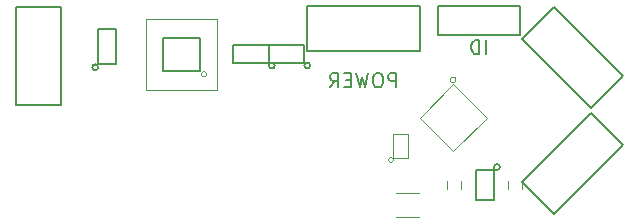
<source format=gbr>
G04 #@! TF.FileFunction,Legend,Bot*
%FSLAX46Y46*%
G04 Gerber Fmt 4.6, Leading zero omitted, Abs format (unit mm)*
G04 Created by KiCad (PCBNEW 4.0.7-e2-6376~58~ubuntu14.04.1) date Mon Aug  6 17:59:04 2018*
%MOMM*%
%LPD*%
G01*
G04 APERTURE LIST*
%ADD10C,0.100000*%
%ADD11C,0.170000*%
%ADD12C,0.120000*%
%ADD13C,0.150000*%
G04 APERTURE END LIST*
D10*
D11*
X185671429Y-68042857D02*
X185671429Y-66842857D01*
X185214286Y-66842857D01*
X185100000Y-66900000D01*
X185042857Y-66957143D01*
X184985714Y-67071429D01*
X184985714Y-67242857D01*
X185042857Y-67357143D01*
X185100000Y-67414286D01*
X185214286Y-67471429D01*
X185671429Y-67471429D01*
X184242857Y-66842857D02*
X184014286Y-66842857D01*
X183900000Y-66900000D01*
X183785714Y-67014286D01*
X183728572Y-67242857D01*
X183728572Y-67642857D01*
X183785714Y-67871429D01*
X183900000Y-67985714D01*
X184014286Y-68042857D01*
X184242857Y-68042857D01*
X184357143Y-67985714D01*
X184471429Y-67871429D01*
X184528572Y-67642857D01*
X184528572Y-67242857D01*
X184471429Y-67014286D01*
X184357143Y-66900000D01*
X184242857Y-66842857D01*
X183328571Y-66842857D02*
X183042857Y-68042857D01*
X182814286Y-67185714D01*
X182585714Y-68042857D01*
X182300000Y-66842857D01*
X181842857Y-67414286D02*
X181442857Y-67414286D01*
X181271428Y-68042857D02*
X181842857Y-68042857D01*
X181842857Y-66842857D01*
X181271428Y-66842857D01*
X180071428Y-68042857D02*
X180471428Y-67471429D01*
X180757143Y-68042857D02*
X180757143Y-66842857D01*
X180300000Y-66842857D01*
X180185714Y-66900000D01*
X180128571Y-66957143D01*
X180071428Y-67071429D01*
X180071428Y-67242857D01*
X180128571Y-67357143D01*
X180185714Y-67414286D01*
X180300000Y-67471429D01*
X180757143Y-67471429D01*
X193300000Y-65242857D02*
X193300000Y-64042857D01*
X192728571Y-65242857D02*
X192728571Y-64042857D01*
X192442856Y-64042857D01*
X192271428Y-64100000D01*
X192157142Y-64214286D01*
X192099999Y-64328571D01*
X192042856Y-64557143D01*
X192042856Y-64728571D01*
X192099999Y-64957143D01*
X192157142Y-65071429D01*
X192271428Y-65185714D01*
X192442856Y-65242857D01*
X192728571Y-65242857D01*
D12*
X195150000Y-75950000D02*
X195150000Y-76650000D01*
X196350000Y-76650000D02*
X196350000Y-75950000D01*
D10*
X190750000Y-67418019D02*
G75*
G03X190750000Y-67418019I-250000J0D01*
G01*
X193328427Y-70600000D02*
X190500000Y-67771573D01*
X190500000Y-73428427D02*
X193328427Y-70600000D01*
X187671573Y-70600000D02*
X190500000Y-73428427D01*
X190500000Y-67771573D02*
X187671573Y-70600000D01*
D13*
X187675000Y-61200000D02*
X187675000Y-65000000D01*
X187675000Y-65000000D02*
X178125000Y-65000000D01*
X178125000Y-65000000D02*
X178125000Y-61200000D01*
X178125000Y-61200000D02*
X187675000Y-61200000D01*
D10*
X169623607Y-66950000D02*
G75*
G03X169623607Y-66950000I-223607J0D01*
G01*
X164500000Y-68250000D02*
X164500000Y-62250000D01*
X170500000Y-68250000D02*
X164500000Y-68250000D01*
X170500000Y-62250000D02*
X170500000Y-68250000D01*
X164500000Y-62250000D02*
X170500000Y-62250000D01*
D13*
X165900000Y-63850000D02*
X169100000Y-63850000D01*
X169100000Y-63850000D02*
X169100000Y-66650000D01*
X169100000Y-66650000D02*
X165900000Y-66650000D01*
X165900000Y-66650000D02*
X165900000Y-63850000D01*
X153500000Y-61250000D02*
X157300000Y-61250000D01*
X157300000Y-61250000D02*
X157300000Y-69550000D01*
X157300000Y-69550000D02*
X153500000Y-69550000D01*
X153500000Y-69550000D02*
X153500000Y-61250000D01*
X204872971Y-67096016D02*
X202185965Y-69783021D01*
X202185965Y-69783021D02*
X196316979Y-63914035D01*
X196316979Y-63914035D02*
X199003984Y-61227029D01*
X199003984Y-61227029D02*
X204872971Y-67096016D01*
X199003984Y-78772971D02*
X196316979Y-76085965D01*
X196316979Y-76085965D02*
X202185965Y-70216979D01*
X202185965Y-70216979D02*
X204872971Y-72903984D01*
X204872971Y-72903984D02*
X199003984Y-78772971D01*
D12*
X185650000Y-76980000D02*
X187650000Y-76980000D01*
X187650000Y-79020000D02*
X185650000Y-79020000D01*
D13*
X160450000Y-66350000D02*
G75*
G03X160450000Y-66350000I-250000J0D01*
G01*
X161950000Y-63100000D02*
X160450000Y-63100000D01*
X161950000Y-66100000D02*
X161950000Y-63100000D01*
X160450000Y-66100000D02*
X161950000Y-66100000D01*
X160450000Y-63100000D02*
X160450000Y-66100000D01*
X175400000Y-66200000D02*
G75*
G03X175400000Y-66200000I-250000J0D01*
G01*
X171900000Y-64450000D02*
X171900000Y-65950000D01*
X174900000Y-64450000D02*
X171900000Y-64450000D01*
X174900000Y-65950000D02*
X174900000Y-64450000D01*
X171900000Y-65950000D02*
X174900000Y-65950000D01*
X178400000Y-66200000D02*
G75*
G03X178400000Y-66200000I-250000J0D01*
G01*
X174900000Y-64450000D02*
X174900000Y-65950000D01*
X177900000Y-64450000D02*
X174900000Y-64450000D01*
X177900000Y-65950000D02*
X177900000Y-64450000D01*
X174900000Y-65950000D02*
X177900000Y-65950000D01*
D10*
X185450000Y-74200000D02*
G75*
G03X185450000Y-74200000I-200000J0D01*
G01*
X186650000Y-74000000D02*
X186650000Y-72000000D01*
X185450000Y-74000000D02*
X186650000Y-74000000D01*
X185450000Y-72000000D02*
X185450000Y-74000000D01*
X186650000Y-72000000D02*
X185450000Y-72000000D01*
D13*
X194450000Y-74800000D02*
G75*
G03X194450000Y-74800000I-250000J0D01*
G01*
X192450000Y-75050000D02*
X193950000Y-75050000D01*
X192450000Y-77550000D02*
X192450000Y-75050000D01*
X193950000Y-77550000D02*
X192450000Y-77550000D01*
X193950000Y-75050000D02*
X193950000Y-77550000D01*
D12*
X190000000Y-75950000D02*
X190000000Y-76650000D01*
X191200000Y-76650000D02*
X191200000Y-75950000D01*
D13*
X196200000Y-61150000D02*
X196200000Y-63650000D01*
X196200000Y-63650000D02*
X189200000Y-63650000D01*
X189200000Y-63650000D02*
X189200000Y-61150000D01*
X189200000Y-61150000D02*
X196200000Y-61150000D01*
M02*

</source>
